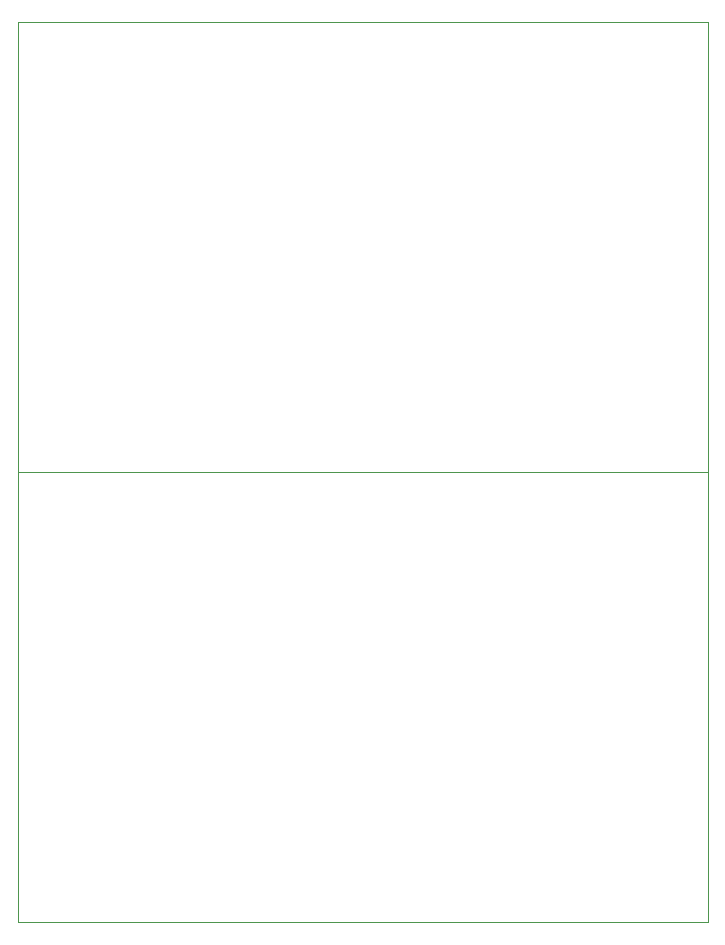
<source format=gbr>
G04 #@! TF.GenerationSoftware,KiCad,Pcbnew,5.1.5-52549c5~86~ubuntu18.04.1*
G04 #@! TF.CreationDate,2020-09-14T14:07:13-05:00*
G04 #@! TF.ProjectId,,58585858-5858-4585-9858-585858585858,rev?*
G04 #@! TF.SameCoordinates,Original*
G04 #@! TF.FileFunction,Profile,NP*
%FSLAX46Y46*%
G04 Gerber Fmt 4.6, Leading zero omitted, Abs format (unit mm)*
G04 Created by KiCad (PCBNEW 5.1.5-52549c5~86~ubuntu18.04.1) date 2020-09-14 14:07:13*
%MOMM*%
%LPD*%
G04 APERTURE LIST*
%ADD10C,0.050000*%
G04 APERTURE END LIST*
D10*
X56677600Y-112684600D02*
X115097600Y-112684600D01*
X56677600Y-74584600D02*
X115097600Y-74584600D01*
X56677600Y-74584600D02*
X56677600Y-112684600D01*
X115097600Y-74584600D02*
X115097600Y-112684600D01*
X115097600Y-36484600D02*
X115097600Y-74584600D01*
X56677600Y-74584600D02*
X115097600Y-74584600D01*
X56677600Y-36484600D02*
X115097600Y-36484600D01*
X56677600Y-36484600D02*
X56677600Y-74584600D01*
M02*

</source>
